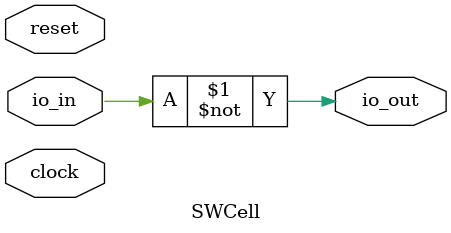
<source format=v>
module SWCell(
  input   clock,
  input   reset,
  input   io_in,
  output  io_out
);
  assign io_out = ~io_in; // @[SWChisel.scala 16:13]
  always @(posedge clock) begin
    `ifndef SYNTHESIS
    `ifdef PRINTF_COND
      if (`PRINTF_COND) begin
    `endif
        if (~reset) begin
          $fwrite(32'h80000002,"Hello World\n"); // @[SWChisel.scala 15:9]
        end
    `ifdef PRINTF_COND
      end
    `endif
    `endif // SYNTHESIS
  end
endmodule

</source>
